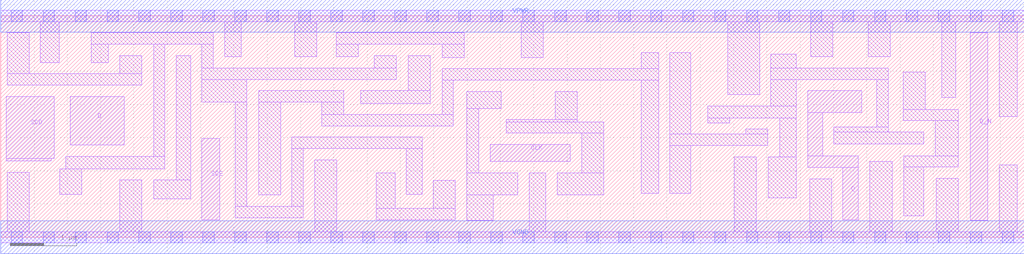
<source format=lef>
# Copyright 2020 The SkyWater PDK Authors
#
# Licensed under the Apache License, Version 2.0 (the "License");
# you may not use this file except in compliance with the License.
# You may obtain a copy of the License at
#
#     https://www.apache.org/licenses/LICENSE-2.0
#
# Unless required by applicable law or agreed to in writing, software
# distributed under the License is distributed on an "AS IS" BASIS,
# WITHOUT WARRANTIES OR CONDITIONS OF ANY KIND, either express or implied.
# See the License for the specific language governing permissions and
# limitations under the License.
#
# SPDX-License-Identifier: Apache-2.0

VERSION 5.7 ;
  NOWIREEXTENSIONATPIN ON ;
  DIVIDERCHAR "/" ;
  BUSBITCHARS "[]" ;
UNITS
  DATABASE MICRONS 200 ;
END UNITS
MACRO sky130_fd_sc_lp__sdfxbp_2
  CLASS CORE ;
  FOREIGN sky130_fd_sc_lp__sdfxbp_2 ;
  ORIGIN  0.000000  0.000000 ;
  SIZE  15.36000 BY  3.330000 ;
  SYMMETRY X Y R90 ;
  SITE unit ;
  PIN D
    ANTENNAGATEAREA  0.159000 ;
    DIRECTION INPUT ;
    USE SIGNAL ;
    PORT
      LAYER li1 ;
        RECT 1.040000 1.385000 1.850000 2.120000 ;
    END
  END D
  PIN Q
    ANTENNADIFFAREA  0.588000 ;
    DIRECTION OUTPUT ;
    USE SIGNAL ;
    PORT
      LAYER li1 ;
        RECT 12.110000 1.050000 12.870000 1.220000 ;
        RECT 12.110000 1.220000 12.335000 1.875000 ;
        RECT 12.110000 1.875000 12.920000 2.205000 ;
        RECT 12.640000 0.260000 12.870000 1.050000 ;
    END
  END Q
  PIN Q_N
    ANTENNADIFFAREA  0.588000 ;
    DIRECTION OUTPUT ;
    USE SIGNAL ;
    PORT
      LAYER li1 ;
        RECT 14.555000 0.255000 14.815000 3.075000 ;
    END
  END Q_N
  PIN SCD
    ANTENNAGATEAREA  0.159000 ;
    DIRECTION INPUT ;
    USE SIGNAL ;
    PORT
      LAYER li1 ;
        RECT 0.085000 1.145000 0.755000 1.185000 ;
        RECT 0.085000 1.185000 0.805000 2.120000 ;
    END
  END SCD
  PIN SCE
    ANTENNAGATEAREA  0.318000 ;
    DIRECTION INPUT ;
    USE SIGNAL ;
    PORT
      LAYER li1 ;
        RECT 3.020000 0.265000 3.285000 1.485000 ;
    END
  END SCE
  PIN CLK
    ANTENNAGATEAREA  0.159000 ;
    DIRECTION INPUT ;
    USE CLOCK ;
    PORT
      LAYER li1 ;
        RECT 7.345000 1.140000 8.550000 1.395000 ;
    END
  END CLK
  PIN VGND
    DIRECTION INOUT ;
    USE GROUND ;
    PORT
      LAYER met1 ;
        RECT 0.000000 -0.245000 15.360000 0.245000 ;
    END
  END VGND
  PIN VPWR
    DIRECTION INOUT ;
    USE POWER ;
    PORT
      LAYER met1 ;
        RECT 0.000000 3.085000 15.360000 3.575000 ;
    END
  END VPWR
  OBS
    LAYER li1 ;
      RECT  0.000000 -0.085000 15.360000 0.085000 ;
      RECT  0.000000  3.245000 15.360000 3.415000 ;
      RECT  0.095000  0.085000  0.425000 0.975000 ;
      RECT  0.095000  2.290000  2.115000 2.460000 ;
      RECT  0.095000  2.460000  0.425000 3.075000 ;
      RECT  0.595000  2.630000  0.875000 3.245000 ;
      RECT  0.885000  0.645000  1.215000 1.030000 ;
      RECT  0.975000  1.030000  2.465000 1.215000 ;
      RECT  1.355000  2.630000  1.615000 2.905000 ;
      RECT  1.355000  2.905000  3.190000 3.075000 ;
      RECT  1.785000  0.085000  2.115000 0.860000 ;
      RECT  1.785000  2.460000  2.115000 2.735000 ;
      RECT  2.295000  0.580000  2.850000 0.860000 ;
      RECT  2.295000  1.215000  2.465000 2.905000 ;
      RECT  2.635000  0.860000  2.850000 2.735000 ;
      RECT  3.020000  2.035000  3.690000 2.375000 ;
      RECT  3.020000  2.375000  5.935000 2.545000 ;
      RECT  3.020000  2.545000  3.190000 2.905000 ;
      RECT  3.360000  2.715000  3.610000 3.245000 ;
      RECT  3.520000  0.295000  4.540000 0.465000 ;
      RECT  3.520000  0.465000  3.690000 2.035000 ;
      RECT  3.870000  0.635000  4.200000 2.035000 ;
      RECT  3.870000  2.035000  5.145000 2.205000 ;
      RECT  4.370000  0.465000  4.540000 1.335000 ;
      RECT  4.370000  1.335000  6.325000 1.505000 ;
      RECT  4.415000  2.715000  4.745000 3.245000 ;
      RECT  4.710000  0.085000  5.040000 1.165000 ;
      RECT  4.815000  1.675000  6.795000 1.845000 ;
      RECT  4.815000  1.845000  5.145000 2.035000 ;
      RECT  5.035000  2.715000  5.365000 2.905000 ;
      RECT  5.035000  2.905000  6.955000 3.075000 ;
      RECT  5.400000  2.015000  6.445000 2.205000 ;
      RECT  5.605000  2.545000  5.935000 2.735000 ;
      RECT  5.635000  0.265000  6.825000 0.435000 ;
      RECT  5.635000  0.435000  5.920000 0.965000 ;
      RECT  6.090000  0.645000  6.325000 1.335000 ;
      RECT  6.115000  2.205000  6.445000 2.735000 ;
      RECT  6.495000  0.435000  6.825000 0.855000 ;
      RECT  6.625000  1.845000  6.795000 2.365000 ;
      RECT  6.625000  2.365000  9.875000 2.535000 ;
      RECT  6.625000  2.705000  6.955000 2.905000 ;
      RECT  6.995000  0.255000  7.395000 0.640000 ;
      RECT  6.995000  0.640000  7.760000 0.970000 ;
      RECT  6.995000  0.970000  7.175000 1.940000 ;
      RECT  6.995000  1.940000  7.515000 2.195000 ;
      RECT  7.590000  1.565000  9.050000 1.735000 ;
      RECT  7.590000  1.735000  8.650000 1.770000 ;
      RECT  7.810000  2.705000  8.140000 3.245000 ;
      RECT  7.930000  0.085000  8.180000 0.970000 ;
      RECT  8.320000  1.770000  8.650000 2.195000 ;
      RECT  8.350000  0.640000  9.050000 0.970000 ;
      RECT  8.720000  0.970000  9.050000 1.565000 ;
      RECT  9.615000  0.660000  9.875000 2.365000 ;
      RECT  9.615000  2.535000  9.875000 2.775000 ;
      RECT 10.045000  0.660000 10.360000 1.380000 ;
      RECT 10.045000  1.380000 11.510000 1.550000 ;
      RECT 10.045000  1.550000 10.360000 2.775000 ;
      RECT 10.610000  1.720000 10.940000 1.795000 ;
      RECT 10.610000  1.795000 11.940000 1.975000 ;
      RECT 10.915000  2.145000 11.390000 3.245000 ;
      RECT 11.010000  0.085000 11.340000 1.210000 ;
      RECT 11.180000  1.550000 11.510000 1.625000 ;
      RECT 11.520000  0.590000 11.940000 1.210000 ;
      RECT 11.560000  1.975000 11.940000 2.375000 ;
      RECT 11.560000  2.375000 13.320000 2.545000 ;
      RECT 11.560000  2.545000 11.940000 2.755000 ;
      RECT 11.690000  1.210000 11.940000 1.795000 ;
      RECT 12.140000  0.085000 12.470000 0.880000 ;
      RECT 12.160000  2.715000 12.490000 3.245000 ;
      RECT 12.505000  1.405000 13.855000 1.585000 ;
      RECT 12.505000  1.585000 13.320000 1.655000 ;
      RECT 13.020000  2.715000 13.350000 3.245000 ;
      RECT 13.040000  0.085000 13.385000 1.140000 ;
      RECT 13.150000  1.655000 13.320000 2.375000 ;
      RECT 13.545000  1.755000 14.375000 1.925000 ;
      RECT 13.545000  1.925000 13.875000 2.485000 ;
      RECT 13.555000  0.325000 13.855000 1.055000 ;
      RECT 13.555000  1.055000 14.375000 1.225000 ;
      RECT 14.025000  1.225000 14.375000 1.755000 ;
      RECT 14.045000  0.085000 14.375000 0.885000 ;
      RECT 14.125000  2.105000 14.335000 3.245000 ;
      RECT 14.985000  0.085000 15.255000 1.090000 ;
      RECT 14.985000  1.815000 15.255000 3.245000 ;
    LAYER mcon ;
      RECT  0.155000 -0.085000  0.325000 0.085000 ;
      RECT  0.155000  3.245000  0.325000 3.415000 ;
      RECT  0.635000 -0.085000  0.805000 0.085000 ;
      RECT  0.635000  3.245000  0.805000 3.415000 ;
      RECT  1.115000 -0.085000  1.285000 0.085000 ;
      RECT  1.115000  3.245000  1.285000 3.415000 ;
      RECT  1.595000 -0.085000  1.765000 0.085000 ;
      RECT  1.595000  3.245000  1.765000 3.415000 ;
      RECT  2.075000 -0.085000  2.245000 0.085000 ;
      RECT  2.075000  3.245000  2.245000 3.415000 ;
      RECT  2.555000 -0.085000  2.725000 0.085000 ;
      RECT  2.555000  3.245000  2.725000 3.415000 ;
      RECT  3.035000 -0.085000  3.205000 0.085000 ;
      RECT  3.035000  3.245000  3.205000 3.415000 ;
      RECT  3.515000 -0.085000  3.685000 0.085000 ;
      RECT  3.515000  3.245000  3.685000 3.415000 ;
      RECT  3.995000 -0.085000  4.165000 0.085000 ;
      RECT  3.995000  3.245000  4.165000 3.415000 ;
      RECT  4.475000 -0.085000  4.645000 0.085000 ;
      RECT  4.475000  3.245000  4.645000 3.415000 ;
      RECT  4.955000 -0.085000  5.125000 0.085000 ;
      RECT  4.955000  3.245000  5.125000 3.415000 ;
      RECT  5.435000 -0.085000  5.605000 0.085000 ;
      RECT  5.435000  3.245000  5.605000 3.415000 ;
      RECT  5.915000 -0.085000  6.085000 0.085000 ;
      RECT  5.915000  3.245000  6.085000 3.415000 ;
      RECT  6.395000 -0.085000  6.565000 0.085000 ;
      RECT  6.395000  3.245000  6.565000 3.415000 ;
      RECT  6.875000 -0.085000  7.045000 0.085000 ;
      RECT  6.875000  3.245000  7.045000 3.415000 ;
      RECT  7.355000 -0.085000  7.525000 0.085000 ;
      RECT  7.355000  3.245000  7.525000 3.415000 ;
      RECT  7.835000 -0.085000  8.005000 0.085000 ;
      RECT  7.835000  3.245000  8.005000 3.415000 ;
      RECT  8.315000 -0.085000  8.485000 0.085000 ;
      RECT  8.315000  3.245000  8.485000 3.415000 ;
      RECT  8.795000 -0.085000  8.965000 0.085000 ;
      RECT  8.795000  3.245000  8.965000 3.415000 ;
      RECT  9.275000 -0.085000  9.445000 0.085000 ;
      RECT  9.275000  3.245000  9.445000 3.415000 ;
      RECT  9.755000 -0.085000  9.925000 0.085000 ;
      RECT  9.755000  3.245000  9.925000 3.415000 ;
      RECT 10.235000 -0.085000 10.405000 0.085000 ;
      RECT 10.235000  3.245000 10.405000 3.415000 ;
      RECT 10.715000 -0.085000 10.885000 0.085000 ;
      RECT 10.715000  3.245000 10.885000 3.415000 ;
      RECT 11.195000 -0.085000 11.365000 0.085000 ;
      RECT 11.195000  3.245000 11.365000 3.415000 ;
      RECT 11.675000 -0.085000 11.845000 0.085000 ;
      RECT 11.675000  3.245000 11.845000 3.415000 ;
      RECT 12.155000 -0.085000 12.325000 0.085000 ;
      RECT 12.155000  3.245000 12.325000 3.415000 ;
      RECT 12.635000 -0.085000 12.805000 0.085000 ;
      RECT 12.635000  3.245000 12.805000 3.415000 ;
      RECT 13.115000 -0.085000 13.285000 0.085000 ;
      RECT 13.115000  3.245000 13.285000 3.415000 ;
      RECT 13.595000 -0.085000 13.765000 0.085000 ;
      RECT 13.595000  3.245000 13.765000 3.415000 ;
      RECT 14.075000 -0.085000 14.245000 0.085000 ;
      RECT 14.075000  3.245000 14.245000 3.415000 ;
      RECT 14.555000 -0.085000 14.725000 0.085000 ;
      RECT 14.555000  3.245000 14.725000 3.415000 ;
      RECT 15.035000 -0.085000 15.205000 0.085000 ;
      RECT 15.035000  3.245000 15.205000 3.415000 ;
  END
END sky130_fd_sc_lp__sdfxbp_2
END LIBRARY

</source>
